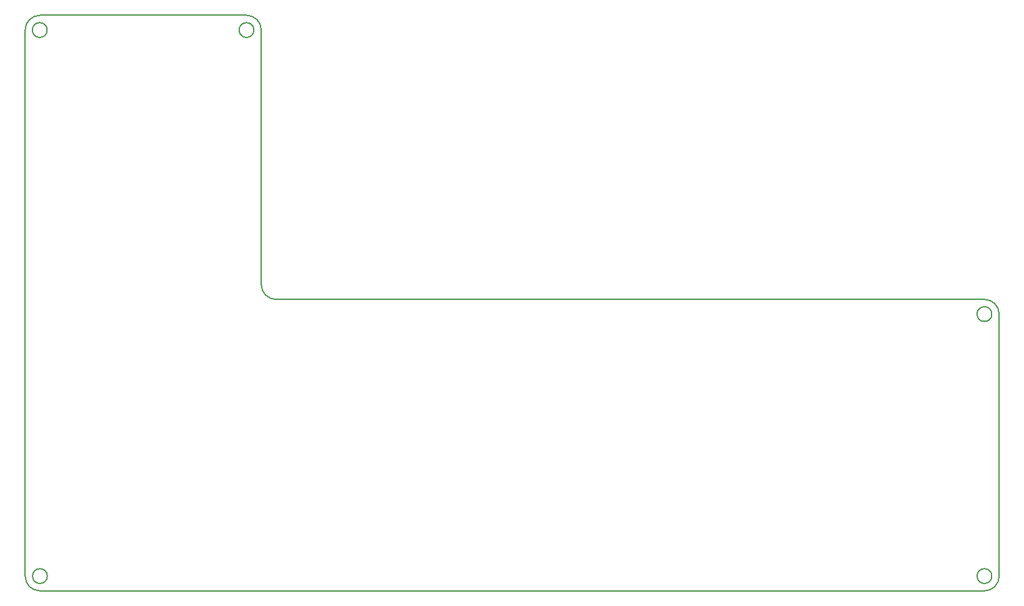
<source format=gbr>
%TF.GenerationSoftware,KiCad,Pcbnew,(6.0.4)*%
%TF.CreationDate,2022-09-18T16:29:30-05:00*%
%TF.ProjectId,Calculator_PCB,43616c63-756c-4617-946f-725f5043422e,rev?*%
%TF.SameCoordinates,Original*%
%TF.FileFunction,Profile,NP*%
%FSLAX46Y46*%
G04 Gerber Fmt 4.6, Leading zero omitted, Abs format (unit mm)*
G04 Created by KiCad (PCBNEW (6.0.4)) date 2022-09-18 16:29:30*
%MOMM*%
%LPD*%
G01*
G04 APERTURE LIST*
%TA.AperFunction,Profile*%
%ADD10C,0.200000*%
%TD*%
G04 APERTURE END LIST*
D10*
X79650000Y-142210000D02*
X207650000Y-142210000D01*
X208650000Y-140210000D02*
G75*
G03*
X208650000Y-140210000I-1000000J0D01*
G01*
X207650000Y-142210000D02*
G75*
G03*
X209650000Y-140210000I0J2000000D01*
G01*
X109650000Y-100710000D02*
G75*
G03*
X111650000Y-102710000I2000100J100D01*
G01*
X109650000Y-100710000D02*
X109650000Y-98210000D01*
X109650000Y-66210000D02*
G75*
G03*
X107650000Y-64210000I-1999900J100D01*
G01*
X79650000Y-64210000D02*
G75*
G03*
X77650000Y-66210000I0J-2000000D01*
G01*
X111650000Y-102710000D02*
X207650000Y-102710000D01*
X80629776Y-66210000D02*
G75*
G03*
X80629776Y-66210000I-1000000J0D01*
G01*
X77650000Y-140210000D02*
X77650000Y-66210000D01*
X209650000Y-104710000D02*
G75*
G03*
X207650000Y-102710000I-1999900J100D01*
G01*
X208650000Y-104710000D02*
G75*
G03*
X208650000Y-104710000I-1000000J0D01*
G01*
X77650000Y-140210000D02*
G75*
G03*
X79650000Y-142210000I2000100J100D01*
G01*
X209650000Y-108210000D02*
X209650000Y-140210000D01*
X209650000Y-106210000D02*
X209650000Y-104710000D01*
X109650000Y-66210000D02*
X109650000Y-98210000D01*
X80650000Y-140210000D02*
G75*
G03*
X80650000Y-140210000I-1000000J0D01*
G01*
X79650000Y-64210000D02*
X107650000Y-64210000D01*
X209650000Y-106210000D02*
X209650000Y-108210000D01*
X108650000Y-66210000D02*
G75*
G03*
X108650000Y-66210000I-1000000J0D01*
G01*
M02*

</source>
